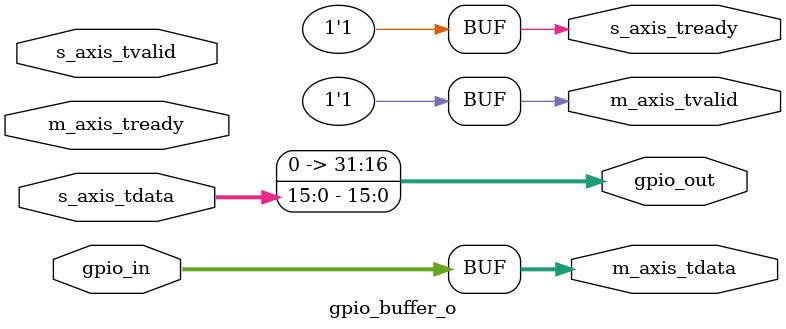
<source format=v>



module gpio_buffer(

    input wire [31:0] gpio_in,
    output wire [31:0] gpio_out,
	
	//output wire rst_out,

    (* X_INTERFACE_PARAMETER = "FREQ_HZ 250000000"*) input wire s_axis_tvalid,
    (* X_INTERFACE_PARAMETER = "FREQ_HZ 250000000"*) output wire s_axis_tready,
    (* X_INTERFACE_PARAMETER = "FREQ_HZ 250000000"*) input wire [31:0] s_axis_tdata,
    
    (* X_INTERFACE_PARAMETER = "FREQ_HZ 100000000"*) output wire [31:0] m_axis_tdata,
    (* X_INTERFACE_PARAMETER = "FREQ_HZ 100000000"*) output wire m_axis_tvalid,
    (* X_INTERFACE_PARAMETER = "FREQ_HZ 100000000"*) input wire m_axis_tready 
    
    );
    
    
    assign s_axis_tready = 1'b1;
    assign m_axis_tvalid = 1'b1;
    
    assign m_axis_tdata = gpio_in;
    assign gpio_out = s_axis_tdata[15:0];
	
	//assign rst_out = s_axis_tdata[16];
    
endmodule


module gpio_buffer_o(

    input wire [31:0] gpio_in,
    output wire [31:0] gpio_out,
	
	//output wire rst_out,

    (* X_INTERFACE_PARAMETER = "FREQ_HZ 100000000"*) input wire s_axis_tvalid,
    (* X_INTERFACE_PARAMETER = "FREQ_HZ 100000000"*) output wire s_axis_tready,
    (* X_INTERFACE_PARAMETER = "FREQ_HZ 100000000"*) input wire [31:0] s_axis_tdata,
    
    (* X_INTERFACE_PARAMETER = "FREQ_HZ 250000000"*) output wire [31:0] m_axis_tdata,
    (* X_INTERFACE_PARAMETER = "FREQ_HZ 250000000"*) output wire m_axis_tvalid,
    (* X_INTERFACE_PARAMETER = "FREQ_HZ 250000000"*) input wire m_axis_tready 
    
    );
    
    
    assign s_axis_tready = 1'b1;
    assign m_axis_tvalid = 1'b1;
    
    assign m_axis_tdata = gpio_in;
    assign gpio_out = s_axis_tdata[15:0];
	
	//assign rst_out = s_axis_tdata[16];
    
endmodule

</source>
